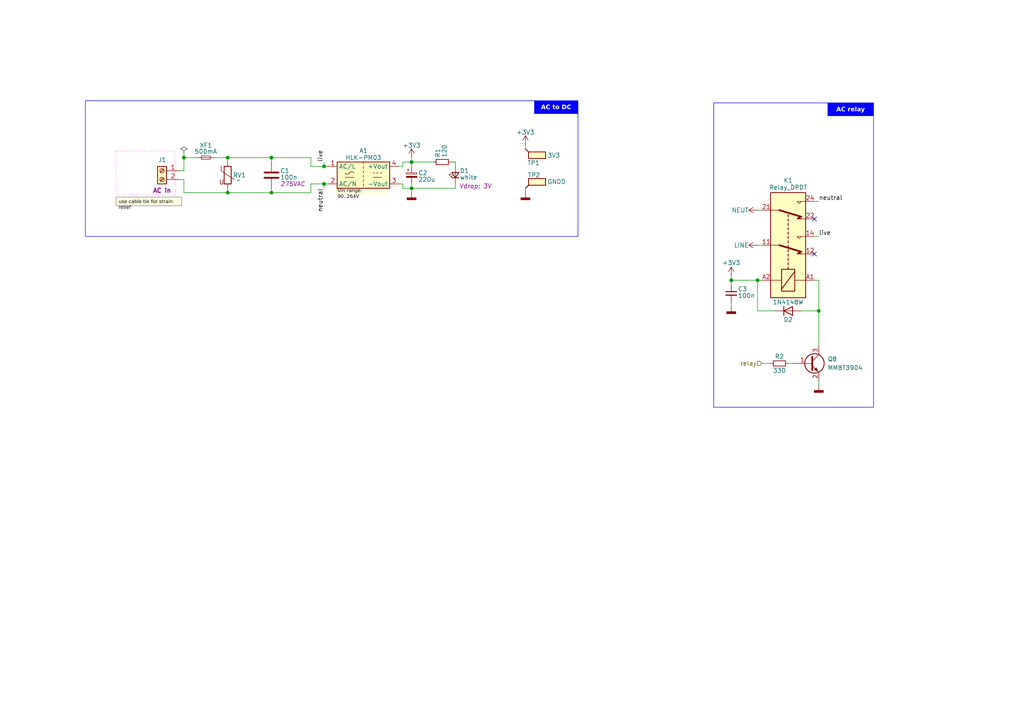
<source format=kicad_sch>
(kicad_sch (version 20231120) (generator "eeschema") (generator_version "8.0")
  (paper "A4")
  (title_block (title "LEDDs") (date "2025-02-17") (rev "1.0") (company "Vas's lab"))
  (lib_symbols
    (symbol "Connector:Screw_Terminal_01x02" (pin_names (offset 1.016) hide)
      (property "Reference" "J" (at 0 2.54 0))
      (property "Value" "Screw_Terminal_01x02" (at 0 -5.08 0))
      (symbol "Screw_Terminal_01x02_1_1"
        (rectangle (start -1.27 1.27) (end 1.27 -3.81) (stroke (width 0.254)) (fill (type background)))
        (circle (center 0 -2.54) (radius 0.635) (stroke (width 0.1524)))
        (polyline (pts (xy -0.5334 -2.2098) (xy 0.3302 -3.048)) (stroke (width 0.1524)))
        (polyline (pts (xy -0.5334 0.3302) (xy 0.3302 -0.508)) (stroke (width 0.1524)))
        (polyline (pts (xy -0.3556 -2.032) (xy 0.508 -2.8702)) (stroke (width 0.1524)))
        (polyline (pts (xy -0.3556 0.508) (xy 0.508 -0.3302)) (stroke (width 0.1524)))
        (circle (center 0 0) (radius 0.635) (stroke (width 0.1524)))
        (pin passive line (at -5.08 0 0) (length 3.81) (name "Pin_1") (number "1"))
        (pin passive line (at -5.08 -2.54 0) (length 3.81) (name "Pin_2") (number "2"))
      )
    )
    (symbol "Connector:TestPoint_Flag" (pin_numbers hide) (pin_names (offset 0.762) hide)
      (property "Reference" "TP" (at 3.429 1.778 0))
      (property "Value" "TestPoint_Flag" (at 3.302 4.191 0))
      (symbol "TestPoint_Flag_0_1"
        (polyline (pts (xy 0 0) (xy 0.889 0.889)) (stroke (width 0.254)))
        (rectangle (start 0.889 2.794) (end 5.842 0.889) (stroke (width 0.254)) (fill (type background)))
      )
      (symbol "TestPoint_Flag_1_1"
        (pin passive line (at 0 0 90) (length 0) (name "1") (number "1"))
      )
    )
    (symbol "Converter_ACDC:HLK-PM03"
      (property "Reference" "PS" (at 0 5.08 0))
      (property "Value" "HLK-PM03" (at 0 -5.08 0))
      (symbol "HLK-PM03_0_1"
        (rectangle (start -7.62 3.81) (end 7.62 -3.81) (stroke (width 0.254)) (fill (type background)))
        (arc (start -5.334 0.635) (mid -4.699 0.2495) (end -4.064 0.635))
        (arc (start -2.794 0.635) (mid -3.429 1.0072) (end -4.064 0.635))
        (polyline (pts (xy -5.334 -0.635) (xy -2.794 -0.635)))
        (polyline (pts (xy 0 -2.54) (xy 0 -3.175)))
        (polyline (pts (xy 0 -1.27) (xy 0 -1.905)))
        (polyline (pts (xy 0 0) (xy 0 -0.635)))
        (polyline (pts (xy 0 1.27) (xy 0 0.635)))
        (polyline (pts (xy 0 2.54) (xy 0 1.905)))
        (polyline (pts (xy 0 3.81) (xy 0 3.175)))
        (polyline (pts (xy 2.794 -0.635) (xy 5.334 -0.635)))
        (polyline (pts (xy 2.794 0.635) (xy 3.302 0.635)))
        (polyline (pts (xy 3.81 0.635) (xy 4.318 0.635)))
        (polyline (pts (xy 4.826 0.635) (xy 5.334 0.635)))
      )
      (symbol "HLK-PM03_1_1"
        (pin power_in line (at -10.16 2.54 0) (length 2.54) (name "AC/L") (number "1"))
        (pin power_in line (at -10.16 -2.54 0) (length 2.54) (name "AC/N") (number "2"))
        (pin power_out line (at 10.16 -2.54 180) (length 2.54) (name "-Vout") (number "3"))
        (pin power_out line (at 10.16 2.54 180) (length 2.54) (name "+Vout") (number "4"))
      )
    )
    (symbol "Device:C" (pin_numbers hide) (pin_names (offset 0.254))
      (property "Reference" "C" (at 0.635 2.54 0))
      (property "Value" "C" (at 0.635 -2.54 0))
      (symbol "C_0_1"
        (polyline (pts (xy -2.032 -0.762) (xy 2.032 -0.762)) (stroke (width 0.508)))
        (polyline (pts (xy -2.032 0.762) (xy 2.032 0.762)) (stroke (width 0.508)))
      )
      (symbol "C_1_1"
        (pin passive line (at 0 3.81 270) (length 2.794) (name "~") (number "1"))
        (pin passive line (at 0 -3.81 90) (length 2.794) (name "~") (number "2"))
      )
    )
    (symbol "Device:C_Polarized_Small" (pin_numbers hide) (pin_names (offset 0.254) hide)
      (property "Reference" "C" (at 0.254 1.778 0))
      (property "Value" "C_Polarized_Small" (at 0.254 -2.032 0))
      (symbol "C_Polarized_Small_0_1"
        (rectangle (start -1.524 -0.3048) (end 1.524 -0.6858) (fill (type outline)))
        (rectangle (start -1.524 0.6858) (end 1.524 0.3048))
        (polyline (pts (xy -1.27 1.524) (xy -0.762 1.524)))
        (polyline (pts (xy -1.016 1.27) (xy -1.016 1.778)))
      )
      (symbol "C_Polarized_Small_1_1"
        (pin passive line (at 0 2.54 270) (length 1.8542) (name "~") (number "1"))
        (pin passive line (at 0 -2.54 90) (length 1.8542) (name "~") (number "2"))
      )
    )
    (symbol "Device:C_Small" (pin_numbers hide) (pin_names (offset 0.254) hide)
      (property "Reference" "C" (at 0.254 1.778 0))
      (property "Value" "C_Small" (at 0.254 -2.032 0))
      (symbol "C_Small_0_1"
        (polyline (pts (xy -1.524 -0.508) (xy 1.524 -0.508)) (stroke (width 0.3302)))
        (polyline (pts (xy -1.524 0.508) (xy 1.524 0.508)) (stroke (width 0.3048)))
      )
      (symbol "C_Small_1_1"
        (pin passive line (at 0 2.54 270) (length 2.032) (name "~") (number "1"))
        (pin passive line (at 0 -2.54 90) (length 2.032) (name "~") (number "2"))
      )
    )
    (symbol "Device:Fuse_Small" (pin_numbers hide) (pin_names (offset 0.254) hide)
      (property "Reference" "F" (at 0 -1.524 0))
      (property "Value" "Fuse_Small" (at 0 1.524 0))
      (symbol "Fuse_Small_0_1"
        (rectangle (start -1.27 0.508) (end 1.27 -0.508))
        (polyline (pts (xy -1.27 0) (xy 1.27 0)))
      )
      (symbol "Fuse_Small_1_1"
        (pin passive line (at -2.54 0 0) (length 1.27) (name "~") (number "1"))
        (pin passive line (at 2.54 0 180) (length 1.27) (name "~") (number "2"))
      )
    )
    (symbol "Device:LED_Small" (pin_numbers hide) (pin_names (offset 0.254) hide)
      (property "Reference" "D" (at -1.27 3.175 0))
      (property "Value" "LED_Small" (at -4.445 -2.54 0))
      (symbol "LED_Small_0_1"
        (polyline (pts (xy -0.762 -1.016) (xy -0.762 1.016)) (stroke (width 0.254)))
        (polyline (pts (xy 1.016 0) (xy -0.762 0)))
        (polyline (pts (xy 0.762 -1.016) (xy -0.762 0) (xy 0.762 1.016) (xy 0.762 -1.016)) (stroke (width 0.254)))
        (polyline (pts (xy 0 0.762) (xy -0.508 1.27) (xy -0.254 1.27) (xy -0.508 1.27) (xy -0.508 1.016)))
        (polyline (pts (xy 0.508 1.27) (xy 0 1.778) (xy 0.254 1.778) (xy 0 1.778) (xy 0 1.524)))
      )
      (symbol "LED_Small_1_1"
        (pin passive line (at -2.54 0 0) (length 1.778) (name "K") (number "1"))
        (pin passive line (at 2.54 0 180) (length 1.778) (name "A") (number "2"))
      )
    )
    (symbol "Device:R_Small" (pin_numbers hide) (pin_names (offset 0.254) hide)
      (property "Reference" "R" (at 0.762 0.508 0))
      (property "Value" "R_Small" (at 0.762 -1.016 0))
      (symbol "R_Small_0_1"
        (rectangle (start -0.762 1.778) (end 0.762 -1.778) (stroke (width 0.2032)))
      )
      (symbol "R_Small_1_1"
        (pin passive line (at 0 2.54 270) (length 0.762) (name "~") (number "1"))
        (pin passive line (at 0 -2.54 90) (length 0.762) (name "~") (number "2"))
      )
    )
    (symbol "Device:Varistor" (pin_numbers hide) (pin_names (offset 0))
      (property "Reference" "RV" (at 3.175 0 90))
      (property "Value" "Varistor" (at -3.175 0 90))
      (symbol "Varistor_0_0"
        (text "U" (at -1.778 -2.032 0) (effects (font (size 1.27 1.27))))
      )
      (symbol "Varistor_0_1"
        (rectangle (start -1.016 -2.54) (end 1.016 2.54) (stroke (width 0.254)))
        (polyline (pts (xy -1.905 2.54) (xy -1.905 1.27) (xy 1.905 -1.27)))
      )
      (symbol "Varistor_1_1"
        (pin passive line (at 0 3.81 270) (length 1.27) (name "~") (number "1"))
        (pin passive line (at 0 -3.81 90) (length 1.27) (name "~") (number "2"))
      )
    )
    (symbol "Diode:1N4148W" (pin_numbers hide) (pin_names hide)
      (property "Reference" "D" (at 0 2.54 0))
      (property "Value" "1N4148W" (at 0 -2.54 0))
      (symbol "1N4148W_0_1"
        (polyline (pts (xy -1.27 1.27) (xy -1.27 -1.27)) (stroke (width 0.254)))
        (polyline (pts (xy 1.27 0) (xy -1.27 0)))
        (polyline (pts (xy 1.27 1.27) (xy 1.27 -1.27) (xy -1.27 0) (xy 1.27 1.27)) (stroke (width 0.254)))
      )
      (symbol "1N4148W_1_1"
        (pin passive line (at -3.81 0 0) (length 2.54) (name "K") (number "1"))
        (pin passive line (at 3.81 0 180) (length 2.54) (name "A") (number "2"))
      )
    )
    (symbol "Relay:Relay_DPDT"
      (property "Reference" "K" (at 16.51 3.81 0))
      (property "Value" "Relay_DPDT" (at 16.51 1.27 0))
      (symbol "Relay_DPDT_0_1"
        (rectangle (start -15.24 5.08) (end 15.24 -5.08) (stroke (width 0.254)) (fill (type background)))
        (rectangle (start -13.335 1.905) (end -6.985 -1.905) (stroke (width 0.254)))
        (polyline (pts (xy -12.7 -1.905) (xy -7.62 1.905)) (stroke (width 0.254)))
        (polyline (pts (xy -10.16 -5.08) (xy -10.16 -1.905)))
        (polyline (pts (xy -10.16 5.08) (xy -10.16 1.905)))
        (polyline (pts (xy -6.985 0) (xy -6.35 0)) (stroke (width 0.254)))
        (polyline (pts (xy -5.715 0) (xy -5.08 0)) (stroke (width 0.254)))
        (polyline (pts (xy -4.445 0) (xy -3.81 0)) (stroke (width 0.254)))
        (polyline (pts (xy -3.175 0) (xy -2.54 0)) (stroke (width 0.254)))
        (polyline (pts (xy -1.905 0) (xy -1.27 0)) (stroke (width 0.254)))
        (polyline (pts (xy -0.635 0) (xy 0 0)) (stroke (width 0.254)))
        (polyline (pts (xy 0 -2.54) (xy -1.905 3.81)) (stroke (width 0.508)))
        (polyline (pts (xy 0 -2.54) (xy 0 -5.08)))
        (polyline (pts (xy 0.635 0) (xy 1.27 0)) (stroke (width 0.254)))
        (polyline (pts (xy 1.905 0) (xy 2.54 0)) (stroke (width 0.254)))
        (polyline (pts (xy 3.175 0) (xy 3.81 0)) (stroke (width 0.254)))
        (polyline (pts (xy 4.445 0) (xy 5.08 0)) (stroke (width 0.254)))
        (polyline (pts (xy 5.715 0) (xy 6.35 0)) (stroke (width 0.254)))
        (polyline (pts (xy 6.985 0) (xy 7.62 0)) (stroke (width 0.254)))
        (polyline (pts (xy 8.255 0) (xy 8.89 0)) (stroke (width 0.254)))
        (polyline (pts (xy 10.16 -2.54) (xy 8.255 3.81)) (stroke (width 0.508)))
        (polyline (pts (xy 10.16 -2.54) (xy 10.16 -5.08)))
        (polyline (pts (xy -2.54 5.08) (xy -2.54 2.54) (xy -1.905 3.175) (xy -2.54 3.81)) (fill (type outline)))
        (polyline (pts (xy 2.54 5.08) (xy 2.54 2.54) (xy 1.905 3.175) (xy 2.54 3.81)))
        (polyline (pts (xy 7.62 5.08) (xy 7.62 2.54) (xy 8.255 3.175) (xy 7.62 3.81)) (fill (type outline)))
        (polyline (pts (xy 12.7 5.08) (xy 12.7 2.54) (xy 12.065 3.175) (xy 12.7 3.81)))
      )
      (symbol "Relay_DPDT_1_1"
        (pin passive line (at 0 -7.62 90) (length 2.54) (name "~") (number "11"))
        (pin passive line (at -2.54 7.62 270) (length 2.54) (name "~") (number "12"))
        (pin passive line (at 2.54 7.62 270) (length 2.54) (name "~") (number "14"))
        (pin passive line (at 10.16 -7.62 90) (length 2.54) (name "~") (number "21"))
        (pin passive line (at 7.62 7.62 270) (length 2.54) (name "~") (number "22"))
        (pin passive line (at 12.7 7.62 270) (length 2.54) (name "~") (number "24"))
        (pin passive line (at -10.16 7.62 270) (length 2.54) (name "~") (number "A1"))
        (pin passive line (at -10.16 -7.62 90) (length 2.54) (name "~") (number "A2"))
      )
    )
    (symbol "Transistor_BJT:MMBT3904" (pin_names (offset 0) hide)
      (property "Reference" "Q" (at 5.08 1.905 0))
      (property "Value" "MMBT3904" (at 5.08 0 0))
      (symbol "MMBT3904_0_1"
        (polyline (pts (xy 0.635 0.635) (xy 2.54 2.54)))
        (polyline (pts (xy 0.635 -0.635) (xy 2.54 -2.54) (xy 2.54 -2.54)))
        (polyline (pts (xy 0.635 1.905) (xy 0.635 -1.905) (xy 0.635 -1.905)) (stroke (width 0.508)))
        (polyline (pts (xy 1.27 -1.778) (xy 1.778 -1.27) (xy 2.286 -2.286) (xy 1.27 -1.778) (xy 1.27 -1.778)) (fill (type outline)))
        (circle (center 1.27 0) (radius 2.8194) (stroke (width 0.254)))
      )
      (symbol "MMBT3904_1_1"
        (pin input line (at -5.08 0 0) (length 5.715) (name "B") (number "1"))
        (pin passive line (at 2.54 -5.08 90) (length 2.54) (name "E") (number "2"))
        (pin passive line (at 2.54 5.08 270) (length 2.54) (name "C") (number "3"))
      )
    )
    (symbol "power:+3V3" (power) (pin_names (offset 0))
      (property "Value" "+3V3" (at 0 3.556 0))
      (symbol "+3V3_0_1"
        (polyline (pts (xy -0.762 1.27) (xy 0 2.54)))
        (polyline (pts (xy 0 0) (xy 0 2.54)))
        (polyline (pts (xy 0 2.54) (xy 0.762 1.27)))
      )
      (symbol "+3V3_1_1"
        (pin power_in line (at 0 0 90) (length 0) hide (name "+3V3") (number "1"))
      )
    )
    (symbol "power:GNDD" (power) (pin_names (offset 0))
      (property "Value" "GNDD" (at 0 -3.175 0))
      (symbol "GNDD_0_1"
        (rectangle (start -1.27 -1.524) (end 1.27 -2.032) (stroke (width 0.254)) (fill (type outline)))
        (polyline (pts (xy 0 0) (xy 0 -1.524)))
      )
      (symbol "GNDD_1_1"
        (pin power_in line (at 0 0 270) (length 0) hide (name "GNDD") (number "1"))
      )
    )
    (symbol "power:LINE" (power) (pin_names (offset 0))
      (property "Value" "LINE" (at 0 3.81 0))
      (symbol "LINE_0_1"
        (polyline (pts (xy -0.762 1.27) (xy 0 2.54)))
        (polyline (pts (xy 0 0) (xy 0 2.54)))
        (polyline (pts (xy 0 2.54) (xy 0.762 1.27)))
      )
      (symbol "LINE_1_1"
        (pin power_in line (at 0 0 90) (length 0) hide (name "LINE") (number "1"))
      )
    )
    (symbol "power:NEUT" (power) (pin_names (offset 0))
      (property "Value" "NEUT" (at 0 3.81 0))
      (symbol "NEUT_0_1"
        (polyline (pts (xy -0.762 1.27) (xy 0 2.54)))
        (polyline (pts (xy 0 0) (xy 0 2.54)))
        (polyline (pts (xy 0 2.54) (xy 0.762 1.27)))
      )
      (symbol "NEUT_1_1"
        (pin power_in line (at 0 0 90) (length 0) hide (name "NEUT") (number "1"))
      )
    )
  )
  (junction (at 212.09 81.28))
  (junction (at 66.04 45.72))
  (junction (at 93.98 53.34))
  (junction (at 78.74 45.72))
  (junction (at 53.34 45.72))
  (junction (at 219.71 81.28))
  (junction (at 237.49 90.17))
  (junction (at 119.38 46.99))
  (junction (at 93.98 48.26))
  (junction (at 78.74 55.88))
  (junction (at 66.04 55.88))
  (junction (at 119.38 54.61))
  (no_connect (at 236.22 63.5))
  (no_connect (at 236.22 73.66))
  (wire (pts (xy 116.84 48.26) (xy 115.57 48.26)))
  (wire (pts (xy 78.74 55.88) (xy 90.17 55.88)))
  (wire (pts (xy 78.74 45.72) (xy 90.17 45.72)))
  (wire (pts (xy 219.71 71.12) (xy 220.98 71.12)))
  (wire (pts (xy 219.71 90.17) (xy 219.71 81.28)))
  (wire (pts (xy 115.57 53.34) (xy 116.84 53.34)))
  (wire (pts (xy 132.08 53.34) (xy 132.08 54.61)))
  (wire (pts (xy 119.38 53.34) (xy 119.38 54.61)))
  (wire (pts (xy 236.22 68.58) (xy 237.49 68.58)))
  (wire (pts (xy 152.4 54.61) (xy 152.4 55.88)))
  (wire (pts (xy 90.17 45.72) (xy 90.17 48.26)))
  (wire (pts (xy 228.6 105.41) (xy 229.87 105.41)))
  (wire (pts (xy 93.98 48.26) (xy 95.25 48.26)))
  (wire (pts (xy 78.74 46.99) (xy 78.74 45.72)))
  (wire (pts (xy 116.84 54.61) (xy 119.38 54.61)))
  (wire (pts (xy 52.07 52.07) (xy 53.34 52.07)))
  (wire (pts (xy 219.71 90.17) (xy 224.79 90.17)))
  (wire (pts (xy 78.74 55.88) (xy 78.74 54.61)))
  (wire (pts (xy 119.38 54.61) (xy 119.38 55.88)))
  (wire (pts (xy 152.4 41.91) (xy 152.4 43.18)))
  (wire (pts (xy 212.09 80.01) (xy 212.09 81.28)))
  (wire (pts (xy 66.04 54.61) (xy 66.04 55.88)))
  (wire (pts (xy 236.22 58.42) (xy 237.49 58.42)))
  (wire (pts (xy 52.07 49.53) (xy 53.34 49.53)))
  (wire (pts (xy 212.09 87.63) (xy 212.09 88.9)))
  (wire (pts (xy 93.98 46.99) (xy 93.98 48.26)))
  (wire (pts (xy 212.09 81.28) (xy 212.09 82.55)))
  (wire (pts (xy 66.04 45.72) (xy 78.74 45.72)))
  (wire (pts (xy 53.34 52.07) (xy 53.34 55.88)))
  (wire (pts (xy 62.23 45.72) (xy 66.04 45.72)))
  (wire (pts (xy 53.34 45.72) (xy 57.15 45.72)))
  (wire (pts (xy 119.38 45.72) (xy 119.38 46.99)))
  (wire (pts (xy 119.38 46.99) (xy 125.73 46.99)))
  (wire (pts (xy 220.98 105.41) (xy 223.52 105.41)))
  (wire (pts (xy 212.09 81.28) (xy 219.71 81.28)))
  (wire (pts (xy 93.98 53.34) (xy 95.25 53.34)))
  (wire (pts (xy 116.84 46.99) (xy 116.84 48.26)))
  (wire (pts (xy 237.49 81.28) (xy 237.49 90.17)))
  (wire (pts (xy 219.71 81.28) (xy 220.98 81.28)))
  (wire (pts (xy 116.84 53.34) (xy 116.84 54.61)))
  (wire (pts (xy 90.17 53.34) (xy 93.98 53.34)))
  (wire (pts (xy 119.38 54.61) (xy 132.08 54.61)))
  (wire (pts (xy 237.49 81.28) (xy 236.22 81.28)))
  (wire (pts (xy 237.49 90.17) (xy 237.49 100.33)))
  (wire (pts (xy 132.08 46.99) (xy 130.81 46.99)))
  (wire (pts (xy 90.17 48.26) (xy 93.98 48.26)))
  (wire (pts (xy 53.34 49.53) (xy 53.34 45.72)))
  (wire (pts (xy 237.49 110.49) (xy 237.49 111.76)))
  (wire (pts (xy 219.71 60.96) (xy 220.98 60.96)))
  (wire (pts (xy 66.04 45.72) (xy 66.04 46.99)))
  (wire (pts (xy 119.38 48.26) (xy 119.38 46.99)))
  (wire (pts (xy 53.34 44.45) (xy 53.34 45.72)))
  (wire (pts (xy 232.41 90.17) (xy 237.49 90.17)))
  (wire (pts (xy 90.17 55.88) (xy 90.17 53.34)))
  (wire (pts (xy 132.08 48.26) (xy 132.08 46.99)))
  (wire (pts (xy 116.84 46.99) (xy 119.38 46.99)))
  (wire (pts (xy 66.04 55.88) (xy 78.74 55.88)))
  (wire (pts (xy 53.34 55.88) (xy 66.04 55.88)))
  (wire (pts (xy 93.98 54.61) (xy 93.98 53.34)))
  (rectangle (start 207.01 29.845) (end 253.365 118.11) (stroke (width 0) (color 0 0 255 1)))
  (rectangle (start 33.655 43.815) (end 50.8 56.515) (stroke (width 0) (type dot) (color 255 0 255 1)))
  (rectangle (start 24.765 29.21) (end 167.64 68.58) (stroke (width 0) (color 0 0 255 1)))
  (text_box "AC relay" (at 240.03 29.845 0) (size 13.335 3.81) (stroke (width -0.0001) (color 0 0 255 1)) (fill (type color) (color 0 0 255 1)) (effects (font (size 1.27 1.27) (thickness 0.254) (bold yes))))
  (text_box "use cable tie for strain relief" (at 33.655 57.15 0) (size 19.05 2.54) (stroke (width 0) (color 132 132 132 1)) (fill (type color) (color 255 255 194 0.5)) (effects (font (size 1 1)) (justify left top)))
  (text_box "AC to DC" (at 154.94 29.21 0) (size 12.7 3.81) (stroke (width -0.0001) (color 0 0 255 1)) (fill (type color) (color 0 0 255 1)) (effects (font (size 1.27 1.27) (thickness 0.254) (bold yes))))
  (text_box "Vin range: 90..264V" (at 97.155 53.975 0) (size 15.24 2.54) (stroke (width -0.0001)) (fill (type color) (color 255 255 194 0.5)) (effects (font (size 1 1)) (justify left top)))
  (label "live" (at 93.98 46.99 90))
  (label "neutral" (at 93.98 54.61 270))
  (label "live" (at 237.49 68.58 0))
  (label "neutral" (at 237.49 58.42 0))
  (hierarchical_label "relay" (shape input) (at 220.98 105.41 180))
  (netclass_flag "" (length 1.27) (shape diamond) (at 53.34 44.45 0) (property "Netclass" "live" (effects (hide yes))))
  (symbol (lib_id "power:LINE") (at 219.71 71.12 90) (unit 1)
    (property "Reference" "#PWR06" (effects (hide yes)))
    (property "Value" "LINE" (at 217.17 71.12 90) (effects (justify left)))
  )
  (symbol (lib_id "Device:C_Polarized_Small") (at 119.38 50.8 0) (unit 1)
    (property "Reference" "C2" (at 121.285 50.165 0) (effects (justify left)))
    (property "Value" "220u" (at 121.285 52.07 0) (effects (justify left)))
    (property "Footprint" "Capacitor_SMD:CP_Elec_8x6.5" (effects (hide yes)))
  )
  (symbol (lib_id "Connector:TestPoint_Flag") (at 152.4 54.61 0) (unit 1) (exclude_from_sim yes) (in_bom no)
    (property "Reference" "TP2" (at 153.035 50.8 0) (effects (justify left)))
    (property "Value" "GNDD" (at 158.75 52.705 0) (effects (justify left)))
    (property "Footprint" "TestPoint:TestPoint_Pad_D1.0mm" (effects (hide yes)))
  )
  (symbol (lib_id "Diode:1N4148W") (at 228.6 90.17 0) (mirror x) (unit 1)
    (property "Reference" "D2" (at 228.6 92.71 0))
    (property "Value" "1N4148W" (at 228.6 87.63 0))
    (property "Footprint" "Diode_SMD:D_SOD-123" (effects (hide yes)))
    (property "Datasheet" "https://www.vishay.com/docs/85748/1n4148w.pdf" (effects (hide yes)))
    (property "Sim.Device" "D" (effects (hide yes)))
    (property "Sim.Pins" "1=K 2=A" (effects (hide yes)))
  )
  (symbol (lib_id "Connector:TestPoint_Flag") (at 152.4 43.18 0) (mirror x) (unit 1) (exclude_from_sim yes) (in_bom no)
    (property "Reference" "TP1" (at 152.908 47.244 0) (effects (justify left)))
    (property "Value" "3V3" (at 158.75 45.085 0) (effects (justify left)))
    (property "Footprint" "TestPoint:TestPoint_Pad_D1.0mm" (effects (hide yes)))
  )
  (symbol (lib_id "Device:R_Small") (at 128.27 46.99 270) (unit 1)
    (property "Reference" "R1" (at 127 45.72 0) (effects (justify right)))
    (property "Value" "120" (at 128.905 45.72 0) (effects (justify right)))
    (property "Footprint" "Resistor_SMD:R_0805_2012Metric_Pad1.20x1.40mm_HandSolder" (effects (hide yes)))
  )
  (symbol (lib_id "power:+3V3") (at 152.4 41.91 0) (unit 1)
    (property "Reference" "#PWR01" (effects (hide yes)))
    (property "Value" "+3V3" (at 152.4 38.354 0))
  )
  (symbol (lib_id "power:GNDD") (at 237.49 111.76 0) (unit 1)
    (property "Reference" "#PWR09" (effects (hide yes)))
    (property "Value" "GNDD" (effects (hide yes)))
  )
  (symbol (lib_id "Device:C") (at 78.74 50.8 0) (unit 1)
    (property "Reference" "C1" (at 81.28 49.53 0) (effects (justify left)))
    (property "Value" "100n" (at 81.28 51.435 0) (effects (justify left)))
    (property "Footprint" "Capacitor_THT:C_Rect_L13.0mm_W6.0mm_P10.00mm_FKS3_FKP3_MKS4" (effects (hide yes)))
    (property "V" "275VAC" (at 81.28 53.34 0) (effects (font (italic yes)) (justify left)))
  )
  (symbol (lib_id "Device:Varistor") (at 66.04 50.8 0) (unit 1)
    (property "Reference" "RV1" (at 67.564 50.8 0) (effects (justify left)))
    (property "Value" "~" (at 68.58 52.2633 0) (effects (justify left)))
    (property "Footprint" "Varistor:RV_Disc_D9mm_W3.5mm_P5mm" (effects (hide yes)))
    (property "Sim.Name" "kicad_builtin_varistor" (effects (hide yes)))
    (property "Sim.Device" "SUBCKT" (effects (hide yes)))
    (property "Sim.Pins" "1=A 2=B" (effects (hide yes)))
    (property "Sim.Params" "threshold=1k" (effects (hide yes)))
    (property "Sim.Library" "${KICAD7_SYMBOL_DIR}/Simulation_SPICE.sp" (effects (hide yes)))
  )
  (symbol (lib_id "power:GNDD") (at 152.4 55.88 0) (unit 1)
    (property "Reference" "#PWR04" (effects (hide yes)))
    (property "Value" "GNDD" (effects (hide yes)))
  )
  (symbol (lib_id "power:+3V3") (at 119.38 45.72 0) (unit 1)
    (property "Reference" "#PWR02" (effects (hide yes)))
    (property "Value" "+3V3" (at 119.38 42.164 0))
  )
  (symbol (lib_id "Device:LED_Small") (at 132.08 50.8 90) (unit 1)
    (property "Reference" "D1" (at 133.35 49.53 90) (effects (justify right)))
    (property "Value" "white" (at 133.35 51.435 90) (effects (justify right)))
    (property "Footprint" "LED_SMD:LED_0805_2012Metric_Pad1.15x1.40mm_HandSolder" (effects (hide yes)))
    (property "I" "10mA" (effects (hide yes)))
    (property "Vdrop" "3V" (at 133.35 53.975 90) (show_name yes) (effects (font (italic yes)) (justify right)))
  )
  (symbol (lib_id "Device:Fuse_Small") (at 59.69 45.72 0) (unit 1)
    (property "Reference" "XF1" (at 59.69 42.164 0))
    (property "Value" "500mA" (at 59.69 43.942 0))
    (property "Footprint" "Fuse:Fuse_Schurter_UMZ250" (effects (hide yes)))
    (property "Description" "Fuse, small symbol" (effects (hide yes)))
  )
  (symbol (lib_id "Relay:Relay_DPDT") (at 228.6 71.12 270) (mirror x) (unit 1)
    (property "Reference" "K1" (at 228.6 52.324 90))
    (property "Value" "Relay_DPDT" (at 228.6 54.356 90))
    (property "Footprint" "Relay:HK19F" (effects (hide yes)))
  )
  (symbol (lib_id "Transistor_BJT:MMBT3904") (at 234.95 105.41 0) (unit 1)
    (property "Reference" "Q8" (at 240.03 104.1399 0) (effects (justify left)))
    (property "Value" "MMBT3904" (at 240.03 106.6799 0) (effects (justify left)))
    (property "Footprint" "Package_TO_SOT_SMD:SOT-23" (effects (hide yes)))
    (property "Datasheet" "https://www.onsemi.com/pdf/datasheet/pzt3904-d.pdf" (effects (hide yes)))
    (property "Description" "0.2A Ic, 40V Vce, Small Signal NPN Transistor, SOT-23" (effects (hide yes)))
  )
  (symbol (lib_id "power:+3V3") (at 212.09 80.01 0) (unit 1)
    (property "Reference" "#PWR07" (effects (hide yes)))
    (property "Value" "+3V3" (at 212.09 76.2 0))
  )
  (symbol (lib_id "Converter_ACDC:HLK-PM03") (at 105.41 50.8 0) (unit 1)
    (property "Reference" "A1" (at 105.41 43.688 0))
    (property "Value" "HLK-PM03" (at 105.41 45.72 0))
    (property "Footprint" "Converter_ACDC:Converter_ACDC_Hi-Link_HLK-PMxx" (effects (hide yes)))
    (property "Datasheet" "https://www.lcsc.com/datasheet/lcsc_datasheet_2310091637_HI-LINK-HLK-PM03_C209904.pdf" (effects (hide yes)))
  )
  (symbol (lib_id "power:GNDD") (at 119.38 55.88 0) (unit 1)
    (property "Reference" "#PWR03" (effects (hide yes)))
    (property "Value" "GNDD" (effects (hide yes)))
  )
  (symbol (lib_id "Device:C_Small") (at 212.09 85.09 0) (unit 1)
    (property "Reference" "C3" (at 213.995 83.82 0) (effects (justify left)))
    (property "Value" "100n" (at 213.995 85.725 0) (effects (justify left)))
    (property "Footprint" "Capacitor_SMD:C_0805_2012Metric_Pad1.18x1.45mm_HandSolder" (effects (hide yes)))
  )
  (symbol (lib_id "Device:R_Small") (at 226.06 105.41 90) (unit 1)
    (property "Reference" "R2" (at 226.06 103.378 90))
    (property "Value" "330" (at 226.06 107.442 90))
    (property "Footprint" "Resistor_SMD:R_0805_2012Metric_Pad1.20x1.40mm_HandSolder" (effects (hide yes)))
  )
  (symbol (lib_id "power:NEUT") (at 219.71 60.96 90) (unit 1)
    (property "Reference" "#PWR05" (effects (hide yes)))
    (property "Value" "NEUT" (at 217.17 60.96 90) (effects (justify left)))
  )
  (symbol (lib_id "Connector:Screw_Terminal_01x02") (at 46.99 49.53 0) (mirror y) (unit 1)
    (property "Reference" "J1" (at 48.26 46.355 0) (effects (justify left)))
    (property "Value" "Screw_Terminal_01x02" (effects (hide yes)))
    (property "Footprint" "TerminalBlock:TerminalBlock_bornier-2_P5.08mm" (effects (hide yes)))
    (property "Function" "AC in" (at 46.99 55.245 0) (effects (font (bold yes))))
  )
  (symbol (lib_id "power:GNDD") (at 212.09 88.9 0) (unit 1)
    (property "Reference" "#PWR08" (effects (hide yes)))
    (property "Value" "GNDD" (effects (hide yes)))
  )
)
</source>
